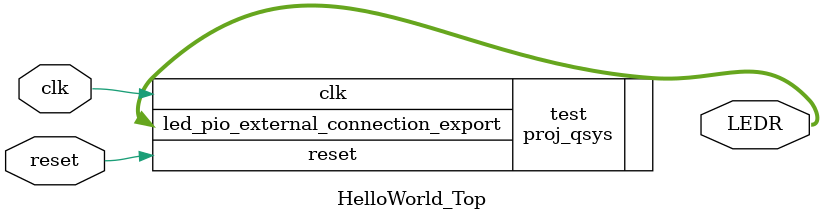
<source format=v>
module HelloWorld_Top(clk, reset, LEDR);

input clk, reset;
output [7:0] LEDR;

proj_qsys test(.clk, .reset, .led_pio_external_connection_export(LEDR));

endmodule

</source>
